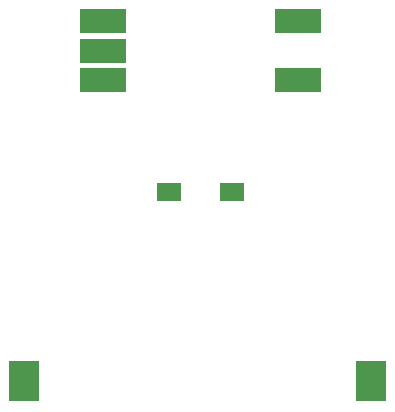
<source format=gbr>
%TF.GenerationSoftware,KiCad,Pcbnew,(5.1.10)-1*%
%TF.CreationDate,2022-04-29T17:39:29-06:00*%
%TF.ProjectId,CTRL,4354524c-2e6b-4696-9361-645f70636258,rev?*%
%TF.SameCoordinates,Original*%
%TF.FileFunction,Paste,Top*%
%TF.FilePolarity,Positive*%
%FSLAX46Y46*%
G04 Gerber Fmt 4.6, Leading zero omitted, Abs format (unit mm)*
G04 Created by KiCad (PCBNEW (5.1.10)-1) date 2022-04-29 17:39:29*
%MOMM*%
%LPD*%
G01*
G04 APERTURE LIST*
%ADD10R,2.000000X1.600000*%
%ADD11R,4.000000X2.000000*%
%ADD12R,2.540000X3.510000*%
G04 APERTURE END LIST*
D10*
%TO.C,SW1*%
X120700000Y-78000000D03*
X115300000Y-78000000D03*
%TD*%
D11*
%TO.C,RV1*%
X126250000Y-68500000D03*
X126250000Y-63500000D03*
X109750000Y-68500000D03*
X109750000Y-66000000D03*
X109750000Y-63500000D03*
%TD*%
D12*
%TO.C,BT1*%
X103100000Y-94000000D03*
X132460000Y-94000000D03*
%TD*%
M02*

</source>
